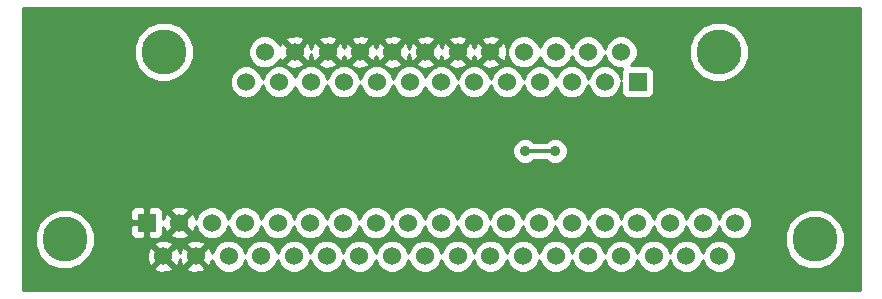
<source format=gbl>
%FSLAX46Y46*%
G04 Gerber Fmt 4.6, Leading zero omitted, Abs format (unit mm)*
G04 Created by KiCad (PCBNEW (2014-08-05 BZR 5054)-product) date Thu 20 Aug 2015 06:52:16 PM PDT*
%MOMM*%
G01*
G04 APERTURE LIST*
%ADD10C,0.100000*%
%ADD11C,3.810000*%
%ADD12C,1.524000*%
%ADD13R,1.524000X1.524000*%
%ADD14C,0.889000*%
%ADD15C,0.304800*%
%ADD16C,0.254000*%
G04 APERTURE END LIST*
D10*
D11*
X174625000Y-73660000D03*
X127635000Y-73660000D03*
D12*
X134620000Y-76200000D03*
X137414000Y-76200000D03*
X140081000Y-76200000D03*
X142875000Y-76200000D03*
X145669000Y-76200000D03*
X148463000Y-76200000D03*
X151130000Y-76200000D03*
X153924000Y-76200000D03*
X156718000Y-76200000D03*
X159512000Y-76200000D03*
X162179000Y-76200000D03*
X164973000Y-76200000D03*
D13*
X167767000Y-76200000D03*
D12*
X136194800Y-73660000D03*
X138734800Y-73660000D03*
X141528800Y-73660000D03*
X144272000Y-73660000D03*
X147015200Y-73660000D03*
X149809200Y-73660000D03*
X152552400Y-73660000D03*
X155295600Y-73660000D03*
X158140400Y-73660000D03*
X160832800Y-73660000D03*
X163576000Y-73660000D03*
X166370000Y-73660000D03*
X176047400Y-88112600D03*
X173278800Y-88112600D03*
X170510200Y-88112600D03*
X167741600Y-88112600D03*
X164973000Y-88112600D03*
X162204400Y-88112600D03*
X159435800Y-88112600D03*
X156667200Y-88112600D03*
X153898600Y-88112600D03*
D11*
X182753000Y-89535000D03*
X119253000Y-89535000D03*
D12*
X151130000Y-88112600D03*
X148361400Y-88112600D03*
X145592800Y-88112600D03*
X142824200Y-88112600D03*
X140055600Y-88112600D03*
X137287000Y-88112600D03*
X134518400Y-88112600D03*
X131749800Y-88112600D03*
X128981200Y-88112600D03*
D13*
X126212600Y-88112600D03*
D12*
X174675800Y-90957400D03*
X171907200Y-90957400D03*
X169138600Y-90957400D03*
X166370000Y-90957400D03*
X163601400Y-90957400D03*
X160832800Y-90957400D03*
X158064200Y-90957400D03*
X155295600Y-90957400D03*
X152527000Y-90957400D03*
X149758400Y-90957400D03*
X146989800Y-90957400D03*
X144221200Y-90957400D03*
X141452600Y-90957400D03*
X138684000Y-90957400D03*
X135915400Y-90957400D03*
X133146800Y-90957400D03*
X130378200Y-90957400D03*
X127609600Y-90957400D03*
D14*
X158242000Y-82042000D03*
X160782000Y-82042000D03*
D15*
X134620000Y-76835000D02*
X134620000Y-76200000D01*
X160782000Y-82042000D02*
X158242000Y-82042000D01*
D16*
G36*
X186563000Y-93853000D02*
X185293440Y-93853000D01*
X185293440Y-89031979D01*
X184907563Y-88098085D01*
X184193673Y-87382948D01*
X183260454Y-86995441D01*
X182249979Y-86994560D01*
X181316085Y-87380437D01*
X180600948Y-88094327D01*
X180213441Y-89027546D01*
X180212560Y-90038021D01*
X180598437Y-90971915D01*
X181312327Y-91687052D01*
X182245546Y-92074559D01*
X183256021Y-92075440D01*
X184189915Y-91689563D01*
X184905052Y-90975673D01*
X185292559Y-90042454D01*
X185293440Y-89031979D01*
X185293440Y-93853000D01*
X177444642Y-93853000D01*
X177444642Y-87835939D01*
X177232410Y-87322297D01*
X177165440Y-87255209D01*
X177165440Y-73156979D01*
X176779563Y-72223085D01*
X176065673Y-71507948D01*
X175132454Y-71120441D01*
X174121979Y-71119560D01*
X173188085Y-71505437D01*
X172472948Y-72219327D01*
X172085441Y-73152546D01*
X172084560Y-74163021D01*
X172470437Y-75096915D01*
X173184327Y-75812052D01*
X174117546Y-76199559D01*
X175128021Y-76200440D01*
X176061915Y-75814563D01*
X176777052Y-75100673D01*
X177164559Y-74167454D01*
X177165440Y-73156979D01*
X177165440Y-87255209D01*
X176839770Y-86928971D01*
X176326500Y-86715843D01*
X175770739Y-86715358D01*
X175257097Y-86927590D01*
X174863771Y-87320230D01*
X174662868Y-87804057D01*
X174463810Y-87322297D01*
X174071170Y-86928971D01*
X173557900Y-86715843D01*
X173002139Y-86715358D01*
X172488497Y-86927590D01*
X172095171Y-87320230D01*
X171894268Y-87804057D01*
X171695210Y-87322297D01*
X171302570Y-86928971D01*
X170789300Y-86715843D01*
X170233539Y-86715358D01*
X169719897Y-86927590D01*
X169326571Y-87320230D01*
X169164000Y-87711743D01*
X169164000Y-77088310D01*
X169164000Y-76835691D01*
X169164000Y-75311691D01*
X169067327Y-75078302D01*
X168888699Y-74899673D01*
X168655310Y-74803000D01*
X168402691Y-74803000D01*
X167202386Y-74803000D01*
X167553629Y-74452370D01*
X167766757Y-73939100D01*
X167767242Y-73383339D01*
X167555010Y-72869697D01*
X167162370Y-72476371D01*
X166649100Y-72263243D01*
X166093339Y-72262758D01*
X165579697Y-72474990D01*
X165186371Y-72867630D01*
X164973243Y-73380900D01*
X164973240Y-73383336D01*
X164761010Y-72869697D01*
X164368370Y-72476371D01*
X163855100Y-72263243D01*
X163299339Y-72262758D01*
X162785697Y-72474990D01*
X162392371Y-72867630D01*
X162204200Y-73320796D01*
X162017810Y-72869697D01*
X161625170Y-72476371D01*
X161111900Y-72263243D01*
X160556139Y-72262758D01*
X160042497Y-72474990D01*
X159649171Y-72867630D01*
X159486462Y-73259475D01*
X159325410Y-72869697D01*
X158932770Y-72476371D01*
X158419500Y-72263243D01*
X157863739Y-72262758D01*
X157350097Y-72474990D01*
X156956771Y-72867630D01*
X156743643Y-73380900D01*
X156743158Y-73936661D01*
X156955390Y-74450303D01*
X157348030Y-74843629D01*
X157861300Y-75056757D01*
X158417061Y-75057242D01*
X158930703Y-74845010D01*
X159324029Y-74452370D01*
X159486737Y-74060524D01*
X159647790Y-74450303D01*
X160040430Y-74843629D01*
X160553700Y-75056757D01*
X161109461Y-75057242D01*
X161623103Y-74845010D01*
X162016429Y-74452370D01*
X162204599Y-73999203D01*
X162390990Y-74450303D01*
X162783630Y-74843629D01*
X163296900Y-75056757D01*
X163852661Y-75057242D01*
X164366303Y-74845010D01*
X164759629Y-74452370D01*
X164972757Y-73939100D01*
X164972759Y-73936663D01*
X165184990Y-74450303D01*
X165577630Y-74843629D01*
X166090900Y-75056757D01*
X166487870Y-75057103D01*
X166466673Y-75078301D01*
X166370000Y-75311690D01*
X166370000Y-75564309D01*
X166370000Y-75922753D01*
X166158010Y-75409697D01*
X165765370Y-75016371D01*
X165252100Y-74803243D01*
X164696339Y-74802758D01*
X164182697Y-75014990D01*
X163789371Y-75407630D01*
X163576243Y-75920900D01*
X163576240Y-75923336D01*
X163364010Y-75409697D01*
X162971370Y-75016371D01*
X162458100Y-74803243D01*
X161902339Y-74802758D01*
X161388697Y-75014990D01*
X160995371Y-75407630D01*
X160845394Y-75768814D01*
X160697010Y-75409697D01*
X160304370Y-75016371D01*
X159791100Y-74803243D01*
X159235339Y-74802758D01*
X158721697Y-75014990D01*
X158328371Y-75407630D01*
X158115243Y-75920900D01*
X158115240Y-75923336D01*
X157903010Y-75409697D01*
X157510370Y-75016371D01*
X156997100Y-74803243D01*
X156704744Y-74802987D01*
X156704744Y-73867698D01*
X156676962Y-73312632D01*
X156517997Y-72928857D01*
X156275813Y-72859392D01*
X156096208Y-73038997D01*
X156096208Y-72679787D01*
X156026743Y-72437603D01*
X155503298Y-72250856D01*
X154948232Y-72278638D01*
X154564457Y-72437603D01*
X154494992Y-72679787D01*
X155295600Y-73480395D01*
X156096208Y-72679787D01*
X156096208Y-73038997D01*
X155475205Y-73660000D01*
X156275813Y-74460608D01*
X156517997Y-74391143D01*
X156704744Y-73867698D01*
X156704744Y-74802987D01*
X156441339Y-74802758D01*
X156096208Y-74945362D01*
X156096208Y-74640213D01*
X155295600Y-73839605D01*
X155115995Y-74019210D01*
X155115995Y-73660000D01*
X154315387Y-72859392D01*
X154073203Y-72928857D01*
X153934072Y-73318834D01*
X153933762Y-73312632D01*
X153774797Y-72928857D01*
X153532613Y-72859392D01*
X153353008Y-73038997D01*
X153353008Y-72679787D01*
X153283543Y-72437603D01*
X152760098Y-72250856D01*
X152205032Y-72278638D01*
X151821257Y-72437603D01*
X151751792Y-72679787D01*
X152552400Y-73480395D01*
X153353008Y-72679787D01*
X153353008Y-73038997D01*
X152732005Y-73660000D01*
X153532613Y-74460608D01*
X153774797Y-74391143D01*
X153913927Y-74001165D01*
X153914238Y-74007368D01*
X154073203Y-74391143D01*
X154315387Y-74460608D01*
X155115995Y-73660000D01*
X155115995Y-74019210D01*
X154494992Y-74640213D01*
X154564457Y-74882397D01*
X155087902Y-75069144D01*
X155642968Y-75041362D01*
X156026743Y-74882397D01*
X156096208Y-74640213D01*
X156096208Y-74945362D01*
X155927697Y-75014990D01*
X155534371Y-75407630D01*
X155321243Y-75920900D01*
X155321240Y-75923336D01*
X155109010Y-75409697D01*
X154716370Y-75016371D01*
X154203100Y-74803243D01*
X153647339Y-74802758D01*
X153353008Y-74924372D01*
X153353008Y-74640213D01*
X152552400Y-73839605D01*
X152372795Y-74019210D01*
X152372795Y-73660000D01*
X151572187Y-72859392D01*
X151330003Y-72928857D01*
X151190872Y-73318834D01*
X151190562Y-73312632D01*
X151031597Y-72928857D01*
X150789413Y-72859392D01*
X150609808Y-73038997D01*
X150609808Y-72679787D01*
X150540343Y-72437603D01*
X150016898Y-72250856D01*
X149461832Y-72278638D01*
X149078057Y-72437603D01*
X149008592Y-72679787D01*
X149809200Y-73480395D01*
X150609808Y-72679787D01*
X150609808Y-73038997D01*
X149988805Y-73660000D01*
X150789413Y-74460608D01*
X151031597Y-74391143D01*
X151170727Y-74001165D01*
X151171038Y-74007368D01*
X151330003Y-74391143D01*
X151572187Y-74460608D01*
X152372795Y-73660000D01*
X152372795Y-74019210D01*
X151751792Y-74640213D01*
X151821257Y-74882397D01*
X152344702Y-75069144D01*
X152899768Y-75041362D01*
X153283543Y-74882397D01*
X153353008Y-74640213D01*
X153353008Y-74924372D01*
X153133697Y-75014990D01*
X152740371Y-75407630D01*
X152527243Y-75920900D01*
X152527240Y-75923336D01*
X152315010Y-75409697D01*
X151922370Y-75016371D01*
X151409100Y-74803243D01*
X150853339Y-74802758D01*
X150609808Y-74903382D01*
X150609808Y-74640213D01*
X149809200Y-73839605D01*
X149629595Y-74019210D01*
X149629595Y-73660000D01*
X148828987Y-72859392D01*
X148586803Y-72928857D01*
X148403122Y-73443706D01*
X148396562Y-73312632D01*
X148237597Y-72928857D01*
X147995413Y-72859392D01*
X147815808Y-73038997D01*
X147815808Y-72679787D01*
X147746343Y-72437603D01*
X147222898Y-72250856D01*
X146667832Y-72278638D01*
X146284057Y-72437603D01*
X146214592Y-72679787D01*
X147015200Y-73480395D01*
X147815808Y-72679787D01*
X147815808Y-73038997D01*
X147194805Y-73660000D01*
X147995413Y-74460608D01*
X148237597Y-74391143D01*
X148421277Y-73876293D01*
X148427838Y-74007368D01*
X148586803Y-74391143D01*
X148828987Y-74460608D01*
X149629595Y-73660000D01*
X149629595Y-74019210D01*
X149008592Y-74640213D01*
X149078057Y-74882397D01*
X149601502Y-75069144D01*
X150156568Y-75041362D01*
X150540343Y-74882397D01*
X150609808Y-74640213D01*
X150609808Y-74903382D01*
X150339697Y-75014990D01*
X149946371Y-75407630D01*
X149796394Y-75768814D01*
X149648010Y-75409697D01*
X149255370Y-75016371D01*
X148742100Y-74803243D01*
X148186339Y-74802758D01*
X147815808Y-74955857D01*
X147815808Y-74640213D01*
X147015200Y-73839605D01*
X146835595Y-74019210D01*
X146835595Y-73660000D01*
X146034987Y-72859392D01*
X145792803Y-72928857D01*
X145653672Y-73318834D01*
X145653362Y-73312632D01*
X145494397Y-72928857D01*
X145252213Y-72859392D01*
X145072608Y-73038997D01*
X145072608Y-72679787D01*
X145003143Y-72437603D01*
X144479698Y-72250856D01*
X143924632Y-72278638D01*
X143540857Y-72437603D01*
X143471392Y-72679787D01*
X144272000Y-73480395D01*
X145072608Y-72679787D01*
X145072608Y-73038997D01*
X144451605Y-73660000D01*
X145252213Y-74460608D01*
X145494397Y-74391143D01*
X145633527Y-74001165D01*
X145633838Y-74007368D01*
X145792803Y-74391143D01*
X146034987Y-74460608D01*
X146835595Y-73660000D01*
X146835595Y-74019210D01*
X146214592Y-74640213D01*
X146284057Y-74882397D01*
X146807502Y-75069144D01*
X147362568Y-75041362D01*
X147746343Y-74882397D01*
X147815808Y-74640213D01*
X147815808Y-74955857D01*
X147672697Y-75014990D01*
X147279371Y-75407630D01*
X147066243Y-75920900D01*
X147066240Y-75923336D01*
X146854010Y-75409697D01*
X146461370Y-75016371D01*
X145948100Y-74803243D01*
X145392339Y-74802758D01*
X145072608Y-74934867D01*
X145072608Y-74640213D01*
X144272000Y-73839605D01*
X144092395Y-74019210D01*
X144092395Y-73660000D01*
X143291787Y-72859392D01*
X143049603Y-72928857D01*
X142910472Y-73318834D01*
X142910162Y-73312632D01*
X142751197Y-72928857D01*
X142509013Y-72859392D01*
X142329408Y-73038997D01*
X142329408Y-72679787D01*
X142259943Y-72437603D01*
X141736498Y-72250856D01*
X141181432Y-72278638D01*
X140797657Y-72437603D01*
X140728192Y-72679787D01*
X141528800Y-73480395D01*
X142329408Y-72679787D01*
X142329408Y-73038997D01*
X141708405Y-73660000D01*
X142509013Y-74460608D01*
X142751197Y-74391143D01*
X142890327Y-74001165D01*
X142890638Y-74007368D01*
X143049603Y-74391143D01*
X143291787Y-74460608D01*
X144092395Y-73660000D01*
X144092395Y-74019210D01*
X143471392Y-74640213D01*
X143540857Y-74882397D01*
X144064302Y-75069144D01*
X144619368Y-75041362D01*
X145003143Y-74882397D01*
X145072608Y-74640213D01*
X145072608Y-74934867D01*
X144878697Y-75014990D01*
X144485371Y-75407630D01*
X144272243Y-75920900D01*
X144272240Y-75923336D01*
X144060010Y-75409697D01*
X143667370Y-75016371D01*
X143154100Y-74803243D01*
X142598339Y-74802758D01*
X142329408Y-74913877D01*
X142329408Y-74640213D01*
X141528800Y-73839605D01*
X141349195Y-74019210D01*
X141349195Y-73660000D01*
X140548587Y-72859392D01*
X140306403Y-72928857D01*
X140122722Y-73443706D01*
X140116162Y-73312632D01*
X139957197Y-72928857D01*
X139715013Y-72859392D01*
X139535408Y-73038997D01*
X139535408Y-72679787D01*
X139465943Y-72437603D01*
X138942498Y-72250856D01*
X138387432Y-72278638D01*
X138003657Y-72437603D01*
X137934192Y-72679787D01*
X138734800Y-73480395D01*
X139535408Y-72679787D01*
X139535408Y-73038997D01*
X138914405Y-73660000D01*
X139715013Y-74460608D01*
X139957197Y-74391143D01*
X140140877Y-73876293D01*
X140147438Y-74007368D01*
X140306403Y-74391143D01*
X140548587Y-74460608D01*
X141349195Y-73660000D01*
X141349195Y-74019210D01*
X140728192Y-74640213D01*
X140797657Y-74882397D01*
X141321102Y-75069144D01*
X141876168Y-75041362D01*
X142259943Y-74882397D01*
X142329408Y-74640213D01*
X142329408Y-74913877D01*
X142084697Y-75014990D01*
X141691371Y-75407630D01*
X141478243Y-75920900D01*
X141478240Y-75923336D01*
X141266010Y-75409697D01*
X140873370Y-75016371D01*
X140360100Y-74803243D01*
X139804339Y-74802758D01*
X139535408Y-74913877D01*
X139535408Y-74640213D01*
X138734800Y-73839605D01*
X138555195Y-74019210D01*
X138555195Y-73660000D01*
X137754587Y-72859392D01*
X137512403Y-72928857D01*
X137462291Y-73069317D01*
X137379810Y-72869697D01*
X136987170Y-72476371D01*
X136473900Y-72263243D01*
X135918139Y-72262758D01*
X135404497Y-72474990D01*
X135011171Y-72867630D01*
X134798043Y-73380900D01*
X134797558Y-73936661D01*
X135009790Y-74450303D01*
X135402430Y-74843629D01*
X135915700Y-75056757D01*
X136471461Y-75057242D01*
X136985103Y-74845010D01*
X137378429Y-74452370D01*
X137458194Y-74260272D01*
X137512403Y-74391143D01*
X137754587Y-74460608D01*
X138555195Y-73660000D01*
X138555195Y-74019210D01*
X137934192Y-74640213D01*
X138003657Y-74882397D01*
X138527102Y-75069144D01*
X139082168Y-75041362D01*
X139465943Y-74882397D01*
X139535408Y-74640213D01*
X139535408Y-74913877D01*
X139290697Y-75014990D01*
X138897371Y-75407630D01*
X138747394Y-75768814D01*
X138599010Y-75409697D01*
X138206370Y-75016371D01*
X137693100Y-74803243D01*
X137137339Y-74802758D01*
X136623697Y-75014990D01*
X136230371Y-75407630D01*
X136017243Y-75920900D01*
X136017240Y-75923336D01*
X135805010Y-75409697D01*
X135412370Y-75016371D01*
X134899100Y-74803243D01*
X134343339Y-74802758D01*
X133829697Y-75014990D01*
X133436371Y-75407630D01*
X133223243Y-75920900D01*
X133222758Y-76476661D01*
X133434990Y-76990303D01*
X133827630Y-77383629D01*
X134340900Y-77596757D01*
X134491745Y-77596888D01*
X134620000Y-77622400D01*
X134747134Y-77597111D01*
X134896661Y-77597242D01*
X135410303Y-77385010D01*
X135803629Y-76992370D01*
X136016757Y-76479100D01*
X136016759Y-76476663D01*
X136228990Y-76990303D01*
X136621630Y-77383629D01*
X137134900Y-77596757D01*
X137690661Y-77597242D01*
X138204303Y-77385010D01*
X138597629Y-76992370D01*
X138747605Y-76631185D01*
X138895990Y-76990303D01*
X139288630Y-77383629D01*
X139801900Y-77596757D01*
X140357661Y-77597242D01*
X140871303Y-77385010D01*
X141264629Y-76992370D01*
X141477757Y-76479100D01*
X141477759Y-76476663D01*
X141689990Y-76990303D01*
X142082630Y-77383629D01*
X142595900Y-77596757D01*
X143151661Y-77597242D01*
X143665303Y-77385010D01*
X144058629Y-76992370D01*
X144271757Y-76479100D01*
X144271759Y-76476663D01*
X144483990Y-76990303D01*
X144876630Y-77383629D01*
X145389900Y-77596757D01*
X145945661Y-77597242D01*
X146459303Y-77385010D01*
X146852629Y-76992370D01*
X147065757Y-76479100D01*
X147065759Y-76476663D01*
X147277990Y-76990303D01*
X147670630Y-77383629D01*
X148183900Y-77596757D01*
X148739661Y-77597242D01*
X149253303Y-77385010D01*
X149646629Y-76992370D01*
X149796605Y-76631185D01*
X149944990Y-76990303D01*
X150337630Y-77383629D01*
X150850900Y-77596757D01*
X151406661Y-77597242D01*
X151920303Y-77385010D01*
X152313629Y-76992370D01*
X152526757Y-76479100D01*
X152526759Y-76476663D01*
X152738990Y-76990303D01*
X153131630Y-77383629D01*
X153644900Y-77596757D01*
X154200661Y-77597242D01*
X154714303Y-77385010D01*
X155107629Y-76992370D01*
X155320757Y-76479100D01*
X155320759Y-76476663D01*
X155532990Y-76990303D01*
X155925630Y-77383629D01*
X156438900Y-77596757D01*
X156994661Y-77597242D01*
X157508303Y-77385010D01*
X157901629Y-76992370D01*
X158114757Y-76479100D01*
X158114759Y-76476663D01*
X158326990Y-76990303D01*
X158719630Y-77383629D01*
X159232900Y-77596757D01*
X159788661Y-77597242D01*
X160302303Y-77385010D01*
X160695629Y-76992370D01*
X160845605Y-76631185D01*
X160993990Y-76990303D01*
X161386630Y-77383629D01*
X161899900Y-77596757D01*
X162455661Y-77597242D01*
X162969303Y-77385010D01*
X163362629Y-76992370D01*
X163575757Y-76479100D01*
X163575759Y-76476663D01*
X163787990Y-76990303D01*
X164180630Y-77383629D01*
X164693900Y-77596757D01*
X165249661Y-77597242D01*
X165763303Y-77385010D01*
X166156629Y-76992370D01*
X166369757Y-76479100D01*
X166370000Y-76200646D01*
X166370000Y-77088309D01*
X166466673Y-77321698D01*
X166645301Y-77500327D01*
X166878690Y-77597000D01*
X167131309Y-77597000D01*
X168655309Y-77597000D01*
X168888698Y-77500327D01*
X169067327Y-77321699D01*
X169164000Y-77088310D01*
X169164000Y-87711743D01*
X169125668Y-87804057D01*
X168926610Y-87322297D01*
X168533970Y-86928971D01*
X168020700Y-86715843D01*
X167464939Y-86715358D01*
X166951297Y-86927590D01*
X166557971Y-87320230D01*
X166357068Y-87804057D01*
X166158010Y-87322297D01*
X165765370Y-86928971D01*
X165252100Y-86715843D01*
X164696339Y-86715358D01*
X164182697Y-86927590D01*
X163789371Y-87320230D01*
X163588468Y-87804057D01*
X163389410Y-87322297D01*
X162996770Y-86928971D01*
X162483500Y-86715843D01*
X161927739Y-86715358D01*
X161861687Y-86742650D01*
X161861687Y-81828216D01*
X161697689Y-81431311D01*
X161394286Y-81127378D01*
X160997668Y-80962687D01*
X160568216Y-80962313D01*
X160171311Y-81126311D01*
X160042797Y-81254600D01*
X158981286Y-81254600D01*
X158854286Y-81127378D01*
X158457668Y-80962687D01*
X158028216Y-80962313D01*
X157631311Y-81126311D01*
X157327378Y-81429714D01*
X157162687Y-81826332D01*
X157162313Y-82255784D01*
X157326311Y-82652689D01*
X157629714Y-82956622D01*
X158026332Y-83121313D01*
X158455784Y-83121687D01*
X158852689Y-82957689D01*
X158981202Y-82829400D01*
X160042713Y-82829400D01*
X160169714Y-82956622D01*
X160566332Y-83121313D01*
X160995784Y-83121687D01*
X161392689Y-82957689D01*
X161696622Y-82654286D01*
X161861313Y-82257668D01*
X161861687Y-81828216D01*
X161861687Y-86742650D01*
X161414097Y-86927590D01*
X161020771Y-87320230D01*
X160819868Y-87804057D01*
X160620810Y-87322297D01*
X160228170Y-86928971D01*
X159714900Y-86715843D01*
X159159139Y-86715358D01*
X158645497Y-86927590D01*
X158252171Y-87320230D01*
X158051268Y-87804057D01*
X157852210Y-87322297D01*
X157459570Y-86928971D01*
X156946300Y-86715843D01*
X156390539Y-86715358D01*
X155876897Y-86927590D01*
X155483571Y-87320230D01*
X155282668Y-87804057D01*
X155083610Y-87322297D01*
X154690970Y-86928971D01*
X154177700Y-86715843D01*
X153621939Y-86715358D01*
X153108297Y-86927590D01*
X152714971Y-87320230D01*
X152514068Y-87804057D01*
X152315010Y-87322297D01*
X151922370Y-86928971D01*
X151409100Y-86715843D01*
X150853339Y-86715358D01*
X150339697Y-86927590D01*
X149946371Y-87320230D01*
X149745468Y-87804057D01*
X149546410Y-87322297D01*
X149153770Y-86928971D01*
X148640500Y-86715843D01*
X148084739Y-86715358D01*
X147571097Y-86927590D01*
X147177771Y-87320230D01*
X146976868Y-87804057D01*
X146777810Y-87322297D01*
X146385170Y-86928971D01*
X145871900Y-86715843D01*
X145316139Y-86715358D01*
X144802497Y-86927590D01*
X144409171Y-87320230D01*
X144208268Y-87804057D01*
X144009210Y-87322297D01*
X143616570Y-86928971D01*
X143103300Y-86715843D01*
X142547539Y-86715358D01*
X142033897Y-86927590D01*
X141640571Y-87320230D01*
X141439668Y-87804057D01*
X141240610Y-87322297D01*
X140847970Y-86928971D01*
X140334700Y-86715843D01*
X139778939Y-86715358D01*
X139265297Y-86927590D01*
X138871971Y-87320230D01*
X138671068Y-87804057D01*
X138472010Y-87322297D01*
X138079370Y-86928971D01*
X137566100Y-86715843D01*
X137010339Y-86715358D01*
X136496697Y-86927590D01*
X136103371Y-87320230D01*
X135902468Y-87804057D01*
X135703410Y-87322297D01*
X135310770Y-86928971D01*
X134797500Y-86715843D01*
X134241739Y-86715358D01*
X133728097Y-86927590D01*
X133334771Y-87320230D01*
X133133868Y-87804057D01*
X132934810Y-87322297D01*
X132542170Y-86928971D01*
X132028900Y-86715843D01*
X131473139Y-86715358D01*
X130959497Y-86927590D01*
X130566171Y-87320230D01*
X130364587Y-87805697D01*
X130362562Y-87765232D01*
X130203597Y-87381457D01*
X130175440Y-87373380D01*
X130175440Y-73156979D01*
X129789563Y-72223085D01*
X129075673Y-71507948D01*
X128142454Y-71120441D01*
X127131979Y-71119560D01*
X126198085Y-71505437D01*
X125482948Y-72219327D01*
X125095441Y-73152546D01*
X125094560Y-74163021D01*
X125480437Y-75096915D01*
X126194327Y-75812052D01*
X127127546Y-76199559D01*
X128138021Y-76200440D01*
X129071915Y-75814563D01*
X129787052Y-75100673D01*
X130174559Y-74167454D01*
X130175440Y-73156979D01*
X130175440Y-87373380D01*
X129961413Y-87311992D01*
X129781808Y-87491597D01*
X129781808Y-87132387D01*
X129712343Y-86890203D01*
X129188898Y-86703456D01*
X128633832Y-86731238D01*
X128250057Y-86890203D01*
X128180592Y-87132387D01*
X128981200Y-87932995D01*
X129781808Y-87132387D01*
X129781808Y-87491597D01*
X129160805Y-88112600D01*
X129961413Y-88913208D01*
X130203597Y-88843743D01*
X130359632Y-88406381D01*
X130564790Y-88902903D01*
X130957430Y-89296229D01*
X131470700Y-89509357D01*
X132026461Y-89509842D01*
X132540103Y-89297610D01*
X132933429Y-88904970D01*
X133134331Y-88421142D01*
X133333390Y-88902903D01*
X133726030Y-89296229D01*
X134239300Y-89509357D01*
X134795061Y-89509842D01*
X135308703Y-89297610D01*
X135702029Y-88904970D01*
X135902931Y-88421142D01*
X136101990Y-88902903D01*
X136494630Y-89296229D01*
X137007900Y-89509357D01*
X137563661Y-89509842D01*
X138077303Y-89297610D01*
X138470629Y-88904970D01*
X138671531Y-88421142D01*
X138870590Y-88902903D01*
X139263230Y-89296229D01*
X139776500Y-89509357D01*
X140332261Y-89509842D01*
X140845903Y-89297610D01*
X141239229Y-88904970D01*
X141440131Y-88421142D01*
X141639190Y-88902903D01*
X142031830Y-89296229D01*
X142545100Y-89509357D01*
X143100861Y-89509842D01*
X143614503Y-89297610D01*
X144007829Y-88904970D01*
X144208731Y-88421142D01*
X144407790Y-88902903D01*
X144800430Y-89296229D01*
X145313700Y-89509357D01*
X145869461Y-89509842D01*
X146383103Y-89297610D01*
X146776429Y-88904970D01*
X146977331Y-88421142D01*
X147176390Y-88902903D01*
X147569030Y-89296229D01*
X148082300Y-89509357D01*
X148638061Y-89509842D01*
X149151703Y-89297610D01*
X149545029Y-88904970D01*
X149745931Y-88421142D01*
X149944990Y-88902903D01*
X150337630Y-89296229D01*
X150850900Y-89509357D01*
X151406661Y-89509842D01*
X151920303Y-89297610D01*
X152313629Y-88904970D01*
X152514531Y-88421142D01*
X152713590Y-88902903D01*
X153106230Y-89296229D01*
X153619500Y-89509357D01*
X154175261Y-89509842D01*
X154688903Y-89297610D01*
X155082229Y-88904970D01*
X155283131Y-88421142D01*
X155482190Y-88902903D01*
X155874830Y-89296229D01*
X156388100Y-89509357D01*
X156943861Y-89509842D01*
X157457503Y-89297610D01*
X157850829Y-88904970D01*
X158051731Y-88421142D01*
X158250790Y-88902903D01*
X158643430Y-89296229D01*
X159156700Y-89509357D01*
X159712461Y-89509842D01*
X160226103Y-89297610D01*
X160619429Y-88904970D01*
X160820331Y-88421142D01*
X161019390Y-88902903D01*
X161412030Y-89296229D01*
X161925300Y-89509357D01*
X162481061Y-89509842D01*
X162994703Y-89297610D01*
X163388029Y-88904970D01*
X163588931Y-88421142D01*
X163787990Y-88902903D01*
X164180630Y-89296229D01*
X164693900Y-89509357D01*
X165249661Y-89509842D01*
X165763303Y-89297610D01*
X166156629Y-88904970D01*
X166357531Y-88421142D01*
X166556590Y-88902903D01*
X166949230Y-89296229D01*
X167462500Y-89509357D01*
X168018261Y-89509842D01*
X168531903Y-89297610D01*
X168925229Y-88904970D01*
X169126131Y-88421142D01*
X169325190Y-88902903D01*
X169717830Y-89296229D01*
X170231100Y-89509357D01*
X170786861Y-89509842D01*
X171300503Y-89297610D01*
X171693829Y-88904970D01*
X171894731Y-88421142D01*
X172093790Y-88902903D01*
X172486430Y-89296229D01*
X172999700Y-89509357D01*
X173555461Y-89509842D01*
X174069103Y-89297610D01*
X174462429Y-88904970D01*
X174663331Y-88421142D01*
X174862390Y-88902903D01*
X175255030Y-89296229D01*
X175768300Y-89509357D01*
X176324061Y-89509842D01*
X176837703Y-89297610D01*
X177231029Y-88904970D01*
X177444157Y-88391700D01*
X177444642Y-87835939D01*
X177444642Y-93853000D01*
X176073042Y-93853000D01*
X176073042Y-90680739D01*
X175860810Y-90167097D01*
X175468170Y-89773771D01*
X174954900Y-89560643D01*
X174399139Y-89560158D01*
X173885497Y-89772390D01*
X173492171Y-90165030D01*
X173291268Y-90648857D01*
X173092210Y-90167097D01*
X172699570Y-89773771D01*
X172186300Y-89560643D01*
X171630539Y-89560158D01*
X171116897Y-89772390D01*
X170723571Y-90165030D01*
X170522668Y-90648857D01*
X170323610Y-90167097D01*
X169930970Y-89773771D01*
X169417700Y-89560643D01*
X168861939Y-89560158D01*
X168348297Y-89772390D01*
X167954971Y-90165030D01*
X167754068Y-90648857D01*
X167555010Y-90167097D01*
X167162370Y-89773771D01*
X166649100Y-89560643D01*
X166093339Y-89560158D01*
X165579697Y-89772390D01*
X165186371Y-90165030D01*
X164985468Y-90648857D01*
X164786410Y-90167097D01*
X164393770Y-89773771D01*
X163880500Y-89560643D01*
X163324739Y-89560158D01*
X162811097Y-89772390D01*
X162417771Y-90165030D01*
X162216868Y-90648857D01*
X162017810Y-90167097D01*
X161625170Y-89773771D01*
X161111900Y-89560643D01*
X160556139Y-89560158D01*
X160042497Y-89772390D01*
X159649171Y-90165030D01*
X159448268Y-90648857D01*
X159249210Y-90167097D01*
X158856570Y-89773771D01*
X158343300Y-89560643D01*
X157787539Y-89560158D01*
X157273897Y-89772390D01*
X156880571Y-90165030D01*
X156679668Y-90648857D01*
X156480610Y-90167097D01*
X156087970Y-89773771D01*
X155574700Y-89560643D01*
X155018939Y-89560158D01*
X154505297Y-89772390D01*
X154111971Y-90165030D01*
X153911068Y-90648857D01*
X153712010Y-90167097D01*
X153319370Y-89773771D01*
X152806100Y-89560643D01*
X152250339Y-89560158D01*
X151736697Y-89772390D01*
X151343371Y-90165030D01*
X151142468Y-90648857D01*
X150943410Y-90167097D01*
X150550770Y-89773771D01*
X150037500Y-89560643D01*
X149481739Y-89560158D01*
X148968097Y-89772390D01*
X148574771Y-90165030D01*
X148373868Y-90648857D01*
X148174810Y-90167097D01*
X147782170Y-89773771D01*
X147268900Y-89560643D01*
X146713139Y-89560158D01*
X146199497Y-89772390D01*
X145806171Y-90165030D01*
X145605268Y-90648857D01*
X145406210Y-90167097D01*
X145013570Y-89773771D01*
X144500300Y-89560643D01*
X143944539Y-89560158D01*
X143430897Y-89772390D01*
X143037571Y-90165030D01*
X142836668Y-90648857D01*
X142637610Y-90167097D01*
X142244970Y-89773771D01*
X141731700Y-89560643D01*
X141175939Y-89560158D01*
X140662297Y-89772390D01*
X140268971Y-90165030D01*
X140068068Y-90648857D01*
X139869010Y-90167097D01*
X139476370Y-89773771D01*
X138963100Y-89560643D01*
X138407339Y-89560158D01*
X137893697Y-89772390D01*
X137500371Y-90165030D01*
X137299468Y-90648857D01*
X137100410Y-90167097D01*
X136707770Y-89773771D01*
X136194500Y-89560643D01*
X135638739Y-89560158D01*
X135125097Y-89772390D01*
X134731771Y-90165030D01*
X134530868Y-90648857D01*
X134331810Y-90167097D01*
X133939170Y-89773771D01*
X133425900Y-89560643D01*
X132870139Y-89560158D01*
X132356497Y-89772390D01*
X131963171Y-90165030D01*
X131761587Y-90650497D01*
X131759562Y-90610032D01*
X131600597Y-90226257D01*
X131358413Y-90156792D01*
X131178808Y-90336397D01*
X131178808Y-89977187D01*
X131109343Y-89735003D01*
X130585898Y-89548256D01*
X130030832Y-89576038D01*
X129781808Y-89679187D01*
X129781808Y-89092813D01*
X128981200Y-88292205D01*
X128801595Y-88471810D01*
X128801595Y-88112600D01*
X128000987Y-87311992D01*
X127758803Y-87381457D01*
X127609600Y-87799667D01*
X127609600Y-87476909D01*
X127609600Y-87224290D01*
X127512927Y-86990901D01*
X127334298Y-86812273D01*
X127100909Y-86715600D01*
X126498350Y-86715600D01*
X126339600Y-86874350D01*
X126339600Y-87985600D01*
X126359600Y-87985600D01*
X126359600Y-88239600D01*
X126339600Y-88239600D01*
X126339600Y-89350850D01*
X126498350Y-89509600D01*
X127100909Y-89509600D01*
X127334298Y-89412927D01*
X127512927Y-89234299D01*
X127609600Y-89000910D01*
X127609600Y-88748291D01*
X127609600Y-88483535D01*
X127758803Y-88843743D01*
X128000987Y-88913208D01*
X128801595Y-88112600D01*
X128801595Y-88471810D01*
X128180592Y-89092813D01*
X128250057Y-89334997D01*
X128773502Y-89521744D01*
X129328568Y-89493962D01*
X129712343Y-89334997D01*
X129781808Y-89092813D01*
X129781808Y-89679187D01*
X129647057Y-89735003D01*
X129577592Y-89977187D01*
X130378200Y-90777795D01*
X131178808Y-89977187D01*
X131178808Y-90336397D01*
X130557805Y-90957400D01*
X131358413Y-91758008D01*
X131600597Y-91688543D01*
X131756632Y-91251181D01*
X131961790Y-91747703D01*
X132354430Y-92141029D01*
X132867700Y-92354157D01*
X133423461Y-92354642D01*
X133937103Y-92142410D01*
X134330429Y-91749770D01*
X134531331Y-91265942D01*
X134730390Y-91747703D01*
X135123030Y-92141029D01*
X135636300Y-92354157D01*
X136192061Y-92354642D01*
X136705703Y-92142410D01*
X137099029Y-91749770D01*
X137299931Y-91265942D01*
X137498990Y-91747703D01*
X137891630Y-92141029D01*
X138404900Y-92354157D01*
X138960661Y-92354642D01*
X139474303Y-92142410D01*
X139867629Y-91749770D01*
X140068531Y-91265942D01*
X140267590Y-91747703D01*
X140660230Y-92141029D01*
X141173500Y-92354157D01*
X141729261Y-92354642D01*
X142242903Y-92142410D01*
X142636229Y-91749770D01*
X142837131Y-91265942D01*
X143036190Y-91747703D01*
X143428830Y-92141029D01*
X143942100Y-92354157D01*
X144497861Y-92354642D01*
X145011503Y-92142410D01*
X145404829Y-91749770D01*
X145605731Y-91265942D01*
X145804790Y-91747703D01*
X146197430Y-92141029D01*
X146710700Y-92354157D01*
X147266461Y-92354642D01*
X147780103Y-92142410D01*
X148173429Y-91749770D01*
X148374331Y-91265942D01*
X148573390Y-91747703D01*
X148966030Y-92141029D01*
X149479300Y-92354157D01*
X150035061Y-92354642D01*
X150548703Y-92142410D01*
X150942029Y-91749770D01*
X151142931Y-91265942D01*
X151341990Y-91747703D01*
X151734630Y-92141029D01*
X152247900Y-92354157D01*
X152803661Y-92354642D01*
X153317303Y-92142410D01*
X153710629Y-91749770D01*
X153911531Y-91265942D01*
X154110590Y-91747703D01*
X154503230Y-92141029D01*
X155016500Y-92354157D01*
X155572261Y-92354642D01*
X156085903Y-92142410D01*
X156479229Y-91749770D01*
X156680131Y-91265942D01*
X156879190Y-91747703D01*
X157271830Y-92141029D01*
X157785100Y-92354157D01*
X158340861Y-92354642D01*
X158854503Y-92142410D01*
X159247829Y-91749770D01*
X159448731Y-91265942D01*
X159647790Y-91747703D01*
X160040430Y-92141029D01*
X160553700Y-92354157D01*
X161109461Y-92354642D01*
X161623103Y-92142410D01*
X162016429Y-91749770D01*
X162217331Y-91265942D01*
X162416390Y-91747703D01*
X162809030Y-92141029D01*
X163322300Y-92354157D01*
X163878061Y-92354642D01*
X164391703Y-92142410D01*
X164785029Y-91749770D01*
X164985931Y-91265942D01*
X165184990Y-91747703D01*
X165577630Y-92141029D01*
X166090900Y-92354157D01*
X166646661Y-92354642D01*
X167160303Y-92142410D01*
X167553629Y-91749770D01*
X167754531Y-91265942D01*
X167953590Y-91747703D01*
X168346230Y-92141029D01*
X168859500Y-92354157D01*
X169415261Y-92354642D01*
X169928903Y-92142410D01*
X170322229Y-91749770D01*
X170523131Y-91265942D01*
X170722190Y-91747703D01*
X171114830Y-92141029D01*
X171628100Y-92354157D01*
X172183861Y-92354642D01*
X172697503Y-92142410D01*
X173090829Y-91749770D01*
X173291731Y-91265942D01*
X173490790Y-91747703D01*
X173883430Y-92141029D01*
X174396700Y-92354157D01*
X174952461Y-92354642D01*
X175466103Y-92142410D01*
X175859429Y-91749770D01*
X176072557Y-91236500D01*
X176073042Y-90680739D01*
X176073042Y-93853000D01*
X131178808Y-93853000D01*
X131178808Y-91937613D01*
X130378200Y-91137005D01*
X130198595Y-91316610D01*
X130198595Y-90957400D01*
X129397987Y-90156792D01*
X129155803Y-90226257D01*
X128994397Y-90678670D01*
X128990962Y-90610032D01*
X128831997Y-90226257D01*
X128589813Y-90156792D01*
X128410208Y-90336397D01*
X128410208Y-89977187D01*
X128340743Y-89735003D01*
X127817298Y-89548256D01*
X127262232Y-89576038D01*
X126878457Y-89735003D01*
X126808992Y-89977187D01*
X127609600Y-90777795D01*
X128410208Y-89977187D01*
X128410208Y-90336397D01*
X127789205Y-90957400D01*
X128589813Y-91758008D01*
X128831997Y-91688543D01*
X128993402Y-91236129D01*
X128996838Y-91304768D01*
X129155803Y-91688543D01*
X129397987Y-91758008D01*
X130198595Y-90957400D01*
X130198595Y-91316610D01*
X129577592Y-91937613D01*
X129647057Y-92179797D01*
X130170502Y-92366544D01*
X130725568Y-92338762D01*
X131109343Y-92179797D01*
X131178808Y-91937613D01*
X131178808Y-93853000D01*
X128410208Y-93853000D01*
X128410208Y-91937613D01*
X127609600Y-91137005D01*
X127429995Y-91316610D01*
X127429995Y-90957400D01*
X126629387Y-90156792D01*
X126387203Y-90226257D01*
X126200456Y-90749702D01*
X126228238Y-91304768D01*
X126387203Y-91688543D01*
X126629387Y-91758008D01*
X127429995Y-90957400D01*
X127429995Y-91316610D01*
X126808992Y-91937613D01*
X126878457Y-92179797D01*
X127401902Y-92366544D01*
X127956968Y-92338762D01*
X128340743Y-92179797D01*
X128410208Y-91937613D01*
X128410208Y-93853000D01*
X126085600Y-93853000D01*
X126085600Y-89350850D01*
X126085600Y-88239600D01*
X126085600Y-87985600D01*
X126085600Y-86874350D01*
X125926850Y-86715600D01*
X125324291Y-86715600D01*
X125090902Y-86812273D01*
X124912273Y-86990901D01*
X124815600Y-87224290D01*
X124815600Y-87476909D01*
X124815600Y-87826850D01*
X124974350Y-87985600D01*
X126085600Y-87985600D01*
X126085600Y-88239600D01*
X124974350Y-88239600D01*
X124815600Y-88398350D01*
X124815600Y-88748291D01*
X124815600Y-89000910D01*
X124912273Y-89234299D01*
X125090902Y-89412927D01*
X125324291Y-89509600D01*
X125926850Y-89509600D01*
X126085600Y-89350850D01*
X126085600Y-93853000D01*
X121793440Y-93853000D01*
X121793440Y-89031979D01*
X121407563Y-88098085D01*
X120693673Y-87382948D01*
X119760454Y-86995441D01*
X118749979Y-86994560D01*
X117816085Y-87380437D01*
X117100948Y-88094327D01*
X116713441Y-89027546D01*
X116712560Y-90038021D01*
X117098437Y-90971915D01*
X117812327Y-91687052D01*
X118745546Y-92074559D01*
X119756021Y-92075440D01*
X120689915Y-91689563D01*
X121405052Y-90975673D01*
X121792559Y-90042454D01*
X121793440Y-89031979D01*
X121793440Y-93853000D01*
X115697000Y-93853000D01*
X115697000Y-69977000D01*
X186563000Y-69977000D01*
X186563000Y-93853000D01*
X186563000Y-93853000D01*
G37*
X186563000Y-93853000D02*
X185293440Y-93853000D01*
X185293440Y-89031979D01*
X184907563Y-88098085D01*
X184193673Y-87382948D01*
X183260454Y-86995441D01*
X182249979Y-86994560D01*
X181316085Y-87380437D01*
X180600948Y-88094327D01*
X180213441Y-89027546D01*
X180212560Y-90038021D01*
X180598437Y-90971915D01*
X181312327Y-91687052D01*
X182245546Y-92074559D01*
X183256021Y-92075440D01*
X184189915Y-91689563D01*
X184905052Y-90975673D01*
X185292559Y-90042454D01*
X185293440Y-89031979D01*
X185293440Y-93853000D01*
X177444642Y-93853000D01*
X177444642Y-87835939D01*
X177232410Y-87322297D01*
X177165440Y-87255209D01*
X177165440Y-73156979D01*
X176779563Y-72223085D01*
X176065673Y-71507948D01*
X175132454Y-71120441D01*
X174121979Y-71119560D01*
X173188085Y-71505437D01*
X172472948Y-72219327D01*
X172085441Y-73152546D01*
X172084560Y-74163021D01*
X172470437Y-75096915D01*
X173184327Y-75812052D01*
X174117546Y-76199559D01*
X175128021Y-76200440D01*
X176061915Y-75814563D01*
X176777052Y-75100673D01*
X177164559Y-74167454D01*
X177165440Y-73156979D01*
X177165440Y-87255209D01*
X176839770Y-86928971D01*
X176326500Y-86715843D01*
X175770739Y-86715358D01*
X175257097Y-86927590D01*
X174863771Y-87320230D01*
X174662868Y-87804057D01*
X174463810Y-87322297D01*
X174071170Y-86928971D01*
X173557900Y-86715843D01*
X173002139Y-86715358D01*
X172488497Y-86927590D01*
X172095171Y-87320230D01*
X171894268Y-87804057D01*
X171695210Y-87322297D01*
X171302570Y-86928971D01*
X170789300Y-86715843D01*
X170233539Y-86715358D01*
X169719897Y-86927590D01*
X169326571Y-87320230D01*
X169164000Y-87711743D01*
X169164000Y-77088310D01*
X169164000Y-76835691D01*
X169164000Y-75311691D01*
X169067327Y-75078302D01*
X168888699Y-74899673D01*
X168655310Y-74803000D01*
X168402691Y-74803000D01*
X167202386Y-74803000D01*
X167553629Y-74452370D01*
X167766757Y-73939100D01*
X167767242Y-73383339D01*
X167555010Y-72869697D01*
X167162370Y-72476371D01*
X166649100Y-72263243D01*
X166093339Y-72262758D01*
X165579697Y-72474990D01*
X165186371Y-72867630D01*
X164973243Y-73380900D01*
X164973240Y-73383336D01*
X164761010Y-72869697D01*
X164368370Y-72476371D01*
X163855100Y-72263243D01*
X163299339Y-72262758D01*
X162785697Y-72474990D01*
X162392371Y-72867630D01*
X162204200Y-73320796D01*
X162017810Y-72869697D01*
X161625170Y-72476371D01*
X161111900Y-72263243D01*
X160556139Y-72262758D01*
X160042497Y-72474990D01*
X159649171Y-72867630D01*
X159486462Y-73259475D01*
X159325410Y-72869697D01*
X158932770Y-72476371D01*
X158419500Y-72263243D01*
X157863739Y-72262758D01*
X157350097Y-72474990D01*
X156956771Y-72867630D01*
X156743643Y-73380900D01*
X156743158Y-73936661D01*
X156955390Y-74450303D01*
X157348030Y-74843629D01*
X157861300Y-75056757D01*
X158417061Y-75057242D01*
X158930703Y-74845010D01*
X159324029Y-74452370D01*
X159486737Y-74060524D01*
X159647790Y-74450303D01*
X160040430Y-74843629D01*
X160553700Y-75056757D01*
X161109461Y-75057242D01*
X161623103Y-74845010D01*
X162016429Y-74452370D01*
X162204599Y-73999203D01*
X162390990Y-74450303D01*
X162783630Y-74843629D01*
X163296900Y-75056757D01*
X163852661Y-75057242D01*
X164366303Y-74845010D01*
X164759629Y-74452370D01*
X164972757Y-73939100D01*
X164972759Y-73936663D01*
X165184990Y-74450303D01*
X165577630Y-74843629D01*
X166090900Y-75056757D01*
X166487870Y-75057103D01*
X166466673Y-75078301D01*
X166370000Y-75311690D01*
X166370000Y-75564309D01*
X166370000Y-75922753D01*
X166158010Y-75409697D01*
X165765370Y-75016371D01*
X165252100Y-74803243D01*
X164696339Y-74802758D01*
X164182697Y-75014990D01*
X163789371Y-75407630D01*
X163576243Y-75920900D01*
X163576240Y-75923336D01*
X163364010Y-75409697D01*
X162971370Y-75016371D01*
X162458100Y-74803243D01*
X161902339Y-74802758D01*
X161388697Y-75014990D01*
X160995371Y-75407630D01*
X160845394Y-75768814D01*
X160697010Y-75409697D01*
X160304370Y-75016371D01*
X159791100Y-74803243D01*
X159235339Y-74802758D01*
X158721697Y-75014990D01*
X158328371Y-75407630D01*
X158115243Y-75920900D01*
X158115240Y-75923336D01*
X157903010Y-75409697D01*
X157510370Y-75016371D01*
X156997100Y-74803243D01*
X156704744Y-74802987D01*
X156704744Y-73867698D01*
X156676962Y-73312632D01*
X156517997Y-72928857D01*
X156275813Y-72859392D01*
X156096208Y-73038997D01*
X156096208Y-72679787D01*
X156026743Y-72437603D01*
X155503298Y-72250856D01*
X154948232Y-72278638D01*
X154564457Y-72437603D01*
X154494992Y-72679787D01*
X155295600Y-73480395D01*
X156096208Y-72679787D01*
X156096208Y-73038997D01*
X155475205Y-73660000D01*
X156275813Y-74460608D01*
X156517997Y-74391143D01*
X156704744Y-73867698D01*
X156704744Y-74802987D01*
X156441339Y-74802758D01*
X156096208Y-74945362D01*
X156096208Y-74640213D01*
X155295600Y-73839605D01*
X155115995Y-74019210D01*
X155115995Y-73660000D01*
X154315387Y-72859392D01*
X154073203Y-72928857D01*
X153934072Y-73318834D01*
X153933762Y-73312632D01*
X153774797Y-72928857D01*
X153532613Y-72859392D01*
X153353008Y-73038997D01*
X153353008Y-72679787D01*
X153283543Y-72437603D01*
X152760098Y-72250856D01*
X152205032Y-72278638D01*
X151821257Y-72437603D01*
X151751792Y-72679787D01*
X152552400Y-73480395D01*
X153353008Y-72679787D01*
X153353008Y-73038997D01*
X152732005Y-73660000D01*
X153532613Y-74460608D01*
X153774797Y-74391143D01*
X153913927Y-74001165D01*
X153914238Y-74007368D01*
X154073203Y-74391143D01*
X154315387Y-74460608D01*
X155115995Y-73660000D01*
X155115995Y-74019210D01*
X154494992Y-74640213D01*
X154564457Y-74882397D01*
X155087902Y-75069144D01*
X155642968Y-75041362D01*
X156026743Y-74882397D01*
X156096208Y-74640213D01*
X156096208Y-74945362D01*
X155927697Y-75014990D01*
X155534371Y-75407630D01*
X155321243Y-75920900D01*
X155321240Y-75923336D01*
X155109010Y-75409697D01*
X154716370Y-75016371D01*
X154203100Y-74803243D01*
X153647339Y-74802758D01*
X153353008Y-74924372D01*
X153353008Y-74640213D01*
X152552400Y-73839605D01*
X152372795Y-74019210D01*
X152372795Y-73660000D01*
X151572187Y-72859392D01*
X151330003Y-72928857D01*
X151190872Y-73318834D01*
X151190562Y-73312632D01*
X151031597Y-72928857D01*
X150789413Y-72859392D01*
X150609808Y-73038997D01*
X150609808Y-72679787D01*
X150540343Y-72437603D01*
X150016898Y-72250856D01*
X149461832Y-72278638D01*
X149078057Y-72437603D01*
X149008592Y-72679787D01*
X149809200Y-73480395D01*
X150609808Y-72679787D01*
X150609808Y-73038997D01*
X149988805Y-73660000D01*
X150789413Y-74460608D01*
X151031597Y-74391143D01*
X151170727Y-74001165D01*
X151171038Y-74007368D01*
X151330003Y-74391143D01*
X151572187Y-74460608D01*
X152372795Y-73660000D01*
X152372795Y-74019210D01*
X151751792Y-74640213D01*
X151821257Y-74882397D01*
X152344702Y-75069144D01*
X152899768Y-75041362D01*
X153283543Y-74882397D01*
X153353008Y-74640213D01*
X153353008Y-74924372D01*
X153133697Y-75014990D01*
X152740371Y-75407630D01*
X152527243Y-75920900D01*
X152527240Y-75923336D01*
X152315010Y-75409697D01*
X151922370Y-75016371D01*
X151409100Y-74803243D01*
X150853339Y-74802758D01*
X150609808Y-74903382D01*
X150609808Y-74640213D01*
X149809200Y-73839605D01*
X149629595Y-74019210D01*
X149629595Y-73660000D01*
X148828987Y-72859392D01*
X148586803Y-72928857D01*
X148403122Y-73443706D01*
X148396562Y-73312632D01*
X148237597Y-72928857D01*
X147995413Y-72859392D01*
X147815808Y-73038997D01*
X147815808Y-72679787D01*
X147746343Y-72437603D01*
X147222898Y-72250856D01*
X146667832Y-72278638D01*
X146284057Y-72437603D01*
X146214592Y-72679787D01*
X147015200Y-73480395D01*
X147815808Y-72679787D01*
X147815808Y-73038997D01*
X147194805Y-73660000D01*
X147995413Y-74460608D01*
X148237597Y-74391143D01*
X148421277Y-73876293D01*
X148427838Y-74007368D01*
X148586803Y-74391143D01*
X148828987Y-74460608D01*
X149629595Y-73660000D01*
X149629595Y-74019210D01*
X149008592Y-74640213D01*
X149078057Y-74882397D01*
X149601502Y-75069144D01*
X150156568Y-75041362D01*
X150540343Y-74882397D01*
X150609808Y-74640213D01*
X150609808Y-74903382D01*
X150339697Y-75014990D01*
X149946371Y-75407630D01*
X149796394Y-75768814D01*
X149648010Y-75409697D01*
X149255370Y-75016371D01*
X148742100Y-74803243D01*
X148186339Y-74802758D01*
X147815808Y-74955857D01*
X147815808Y-74640213D01*
X147015200Y-73839605D01*
X146835595Y-74019210D01*
X146835595Y-73660000D01*
X146034987Y-72859392D01*
X145792803Y-72928857D01*
X145653672Y-73318834D01*
X145653362Y-73312632D01*
X145494397Y-72928857D01*
X145252213Y-72859392D01*
X145072608Y-73038997D01*
X145072608Y-72679787D01*
X145003143Y-72437603D01*
X144479698Y-72250856D01*
X143924632Y-72278638D01*
X143540857Y-72437603D01*
X143471392Y-72679787D01*
X144272000Y-73480395D01*
X145072608Y-72679787D01*
X145072608Y-73038997D01*
X144451605Y-73660000D01*
X145252213Y-74460608D01*
X145494397Y-74391143D01*
X145633527Y-74001165D01*
X145633838Y-74007368D01*
X145792803Y-74391143D01*
X146034987Y-74460608D01*
X146835595Y-73660000D01*
X146835595Y-74019210D01*
X146214592Y-74640213D01*
X146284057Y-74882397D01*
X146807502Y-75069144D01*
X147362568Y-75041362D01*
X147746343Y-74882397D01*
X147815808Y-74640213D01*
X147815808Y-74955857D01*
X147672697Y-75014990D01*
X147279371Y-75407630D01*
X147066243Y-75920900D01*
X147066240Y-75923336D01*
X146854010Y-75409697D01*
X146461370Y-75016371D01*
X145948100Y-74803243D01*
X145392339Y-74802758D01*
X145072608Y-74934867D01*
X145072608Y-74640213D01*
X144272000Y-73839605D01*
X144092395Y-74019210D01*
X144092395Y-73660000D01*
X143291787Y-72859392D01*
X143049603Y-72928857D01*
X142910472Y-73318834D01*
X142910162Y-73312632D01*
X142751197Y-72928857D01*
X142509013Y-72859392D01*
X142329408Y-73038997D01*
X142329408Y-72679787D01*
X142259943Y-72437603D01*
X141736498Y-72250856D01*
X141181432Y-72278638D01*
X140797657Y-72437603D01*
X140728192Y-72679787D01*
X141528800Y-73480395D01*
X142329408Y-72679787D01*
X142329408Y-73038997D01*
X141708405Y-73660000D01*
X142509013Y-74460608D01*
X142751197Y-74391143D01*
X142890327Y-74001165D01*
X142890638Y-74007368D01*
X143049603Y-74391143D01*
X143291787Y-74460608D01*
X144092395Y-73660000D01*
X144092395Y-74019210D01*
X143471392Y-74640213D01*
X143540857Y-74882397D01*
X144064302Y-75069144D01*
X144619368Y-75041362D01*
X145003143Y-74882397D01*
X145072608Y-74640213D01*
X145072608Y-74934867D01*
X144878697Y-75014990D01*
X144485371Y-75407630D01*
X144272243Y-75920900D01*
X144272240Y-75923336D01*
X144060010Y-75409697D01*
X143667370Y-75016371D01*
X143154100Y-74803243D01*
X142598339Y-74802758D01*
X142329408Y-74913877D01*
X142329408Y-74640213D01*
X141528800Y-73839605D01*
X141349195Y-74019210D01*
X141349195Y-73660000D01*
X140548587Y-72859392D01*
X140306403Y-72928857D01*
X140122722Y-73443706D01*
X140116162Y-73312632D01*
X139957197Y-72928857D01*
X139715013Y-72859392D01*
X139535408Y-73038997D01*
X139535408Y-72679787D01*
X139465943Y-72437603D01*
X138942498Y-72250856D01*
X138387432Y-72278638D01*
X138003657Y-72437603D01*
X137934192Y-72679787D01*
X138734800Y-73480395D01*
X139535408Y-72679787D01*
X139535408Y-73038997D01*
X138914405Y-73660000D01*
X139715013Y-74460608D01*
X139957197Y-74391143D01*
X140140877Y-73876293D01*
X140147438Y-74007368D01*
X140306403Y-74391143D01*
X140548587Y-74460608D01*
X141349195Y-73660000D01*
X141349195Y-74019210D01*
X140728192Y-74640213D01*
X140797657Y-74882397D01*
X141321102Y-75069144D01*
X141876168Y-75041362D01*
X142259943Y-74882397D01*
X142329408Y-74640213D01*
X142329408Y-74913877D01*
X142084697Y-75014990D01*
X141691371Y-75407630D01*
X141478243Y-75920900D01*
X141478240Y-75923336D01*
X141266010Y-75409697D01*
X140873370Y-75016371D01*
X140360100Y-74803243D01*
X139804339Y-74802758D01*
X139535408Y-74913877D01*
X139535408Y-74640213D01*
X138734800Y-73839605D01*
X138555195Y-74019210D01*
X138555195Y-73660000D01*
X137754587Y-72859392D01*
X137512403Y-72928857D01*
X137462291Y-73069317D01*
X137379810Y-72869697D01*
X136987170Y-72476371D01*
X136473900Y-72263243D01*
X135918139Y-72262758D01*
X135404497Y-72474990D01*
X135011171Y-72867630D01*
X134798043Y-73380900D01*
X134797558Y-73936661D01*
X135009790Y-74450303D01*
X135402430Y-74843629D01*
X135915700Y-75056757D01*
X136471461Y-75057242D01*
X136985103Y-74845010D01*
X137378429Y-74452370D01*
X137458194Y-74260272D01*
X137512403Y-74391143D01*
X137754587Y-74460608D01*
X138555195Y-73660000D01*
X138555195Y-74019210D01*
X137934192Y-74640213D01*
X138003657Y-74882397D01*
X138527102Y-75069144D01*
X139082168Y-75041362D01*
X139465943Y-74882397D01*
X139535408Y-74640213D01*
X139535408Y-74913877D01*
X139290697Y-75014990D01*
X138897371Y-75407630D01*
X138747394Y-75768814D01*
X138599010Y-75409697D01*
X138206370Y-75016371D01*
X137693100Y-74803243D01*
X137137339Y-74802758D01*
X136623697Y-75014990D01*
X136230371Y-75407630D01*
X136017243Y-75920900D01*
X136017240Y-75923336D01*
X135805010Y-75409697D01*
X135412370Y-75016371D01*
X134899100Y-74803243D01*
X134343339Y-74802758D01*
X133829697Y-75014990D01*
X133436371Y-75407630D01*
X133223243Y-75920900D01*
X133222758Y-76476661D01*
X133434990Y-76990303D01*
X133827630Y-77383629D01*
X134340900Y-77596757D01*
X134491745Y-77596888D01*
X134620000Y-77622400D01*
X134747134Y-77597111D01*
X134896661Y-77597242D01*
X135410303Y-77385010D01*
X135803629Y-76992370D01*
X136016757Y-76479100D01*
X136016759Y-76476663D01*
X136228990Y-76990303D01*
X136621630Y-77383629D01*
X137134900Y-77596757D01*
X137690661Y-77597242D01*
X138204303Y-77385010D01*
X138597629Y-76992370D01*
X138747605Y-76631185D01*
X138895990Y-76990303D01*
X139288630Y-77383629D01*
X139801900Y-77596757D01*
X140357661Y-77597242D01*
X140871303Y-77385010D01*
X141264629Y-76992370D01*
X141477757Y-76479100D01*
X141477759Y-76476663D01*
X141689990Y-76990303D01*
X142082630Y-77383629D01*
X142595900Y-77596757D01*
X143151661Y-77597242D01*
X143665303Y-77385010D01*
X144058629Y-76992370D01*
X144271757Y-76479100D01*
X144271759Y-76476663D01*
X144483990Y-76990303D01*
X144876630Y-77383629D01*
X145389900Y-77596757D01*
X145945661Y-77597242D01*
X146459303Y-77385010D01*
X146852629Y-76992370D01*
X147065757Y-76479100D01*
X147065759Y-76476663D01*
X147277990Y-76990303D01*
X147670630Y-77383629D01*
X148183900Y-77596757D01*
X148739661Y-77597242D01*
X149253303Y-77385010D01*
X149646629Y-76992370D01*
X149796605Y-76631185D01*
X149944990Y-76990303D01*
X150337630Y-77383629D01*
X150850900Y-77596757D01*
X151406661Y-77597242D01*
X151920303Y-77385010D01*
X152313629Y-76992370D01*
X152526757Y-76479100D01*
X152526759Y-76476663D01*
X152738990Y-76990303D01*
X153131630Y-77383629D01*
X153644900Y-77596757D01*
X154200661Y-77597242D01*
X154714303Y-77385010D01*
X155107629Y-76992370D01*
X155320757Y-76479100D01*
X155320759Y-76476663D01*
X155532990Y-76990303D01*
X155925630Y-77383629D01*
X156438900Y-77596757D01*
X156994661Y-77597242D01*
X157508303Y-77385010D01*
X157901629Y-76992370D01*
X158114757Y-76479100D01*
X158114759Y-76476663D01*
X158326990Y-76990303D01*
X158719630Y-77383629D01*
X159232900Y-77596757D01*
X159788661Y-77597242D01*
X160302303Y-77385010D01*
X160695629Y-76992370D01*
X160845605Y-76631185D01*
X160993990Y-76990303D01*
X161386630Y-77383629D01*
X161899900Y-77596757D01*
X162455661Y-77597242D01*
X162969303Y-77385010D01*
X163362629Y-76992370D01*
X163575757Y-76479100D01*
X163575759Y-76476663D01*
X163787990Y-76990303D01*
X164180630Y-77383629D01*
X164693900Y-77596757D01*
X165249661Y-77597242D01*
X165763303Y-77385010D01*
X166156629Y-76992370D01*
X166369757Y-76479100D01*
X166370000Y-76200646D01*
X166370000Y-77088309D01*
X166466673Y-77321698D01*
X166645301Y-77500327D01*
X166878690Y-77597000D01*
X167131309Y-77597000D01*
X168655309Y-77597000D01*
X168888698Y-77500327D01*
X169067327Y-77321699D01*
X169164000Y-77088310D01*
X169164000Y-87711743D01*
X169125668Y-87804057D01*
X168926610Y-87322297D01*
X168533970Y-86928971D01*
X168020700Y-86715843D01*
X167464939Y-86715358D01*
X166951297Y-86927590D01*
X166557971Y-87320230D01*
X166357068Y-87804057D01*
X166158010Y-87322297D01*
X165765370Y-86928971D01*
X165252100Y-86715843D01*
X164696339Y-86715358D01*
X164182697Y-86927590D01*
X163789371Y-87320230D01*
X163588468Y-87804057D01*
X163389410Y-87322297D01*
X162996770Y-86928971D01*
X162483500Y-86715843D01*
X161927739Y-86715358D01*
X161861687Y-86742650D01*
X161861687Y-81828216D01*
X161697689Y-81431311D01*
X161394286Y-81127378D01*
X160997668Y-80962687D01*
X160568216Y-80962313D01*
X160171311Y-81126311D01*
X160042797Y-81254600D01*
X158981286Y-81254600D01*
X158854286Y-81127378D01*
X158457668Y-80962687D01*
X158028216Y-80962313D01*
X157631311Y-81126311D01*
X157327378Y-81429714D01*
X157162687Y-81826332D01*
X157162313Y-82255784D01*
X157326311Y-82652689D01*
X157629714Y-82956622D01*
X158026332Y-83121313D01*
X158455784Y-83121687D01*
X158852689Y-82957689D01*
X158981202Y-82829400D01*
X160042713Y-82829400D01*
X160169714Y-82956622D01*
X160566332Y-83121313D01*
X160995784Y-83121687D01*
X161392689Y-82957689D01*
X161696622Y-82654286D01*
X161861313Y-82257668D01*
X161861687Y-81828216D01*
X161861687Y-86742650D01*
X161414097Y-86927590D01*
X161020771Y-87320230D01*
X160819868Y-87804057D01*
X160620810Y-87322297D01*
X160228170Y-86928971D01*
X159714900Y-86715843D01*
X159159139Y-86715358D01*
X158645497Y-86927590D01*
X158252171Y-87320230D01*
X158051268Y-87804057D01*
X157852210Y-87322297D01*
X157459570Y-86928971D01*
X156946300Y-86715843D01*
X156390539Y-86715358D01*
X155876897Y-86927590D01*
X155483571Y-87320230D01*
X155282668Y-87804057D01*
X155083610Y-87322297D01*
X154690970Y-86928971D01*
X154177700Y-86715843D01*
X153621939Y-86715358D01*
X153108297Y-86927590D01*
X152714971Y-87320230D01*
X152514068Y-87804057D01*
X152315010Y-87322297D01*
X151922370Y-86928971D01*
X151409100Y-86715843D01*
X150853339Y-86715358D01*
X150339697Y-86927590D01*
X149946371Y-87320230D01*
X149745468Y-87804057D01*
X149546410Y-87322297D01*
X149153770Y-86928971D01*
X148640500Y-86715843D01*
X148084739Y-86715358D01*
X147571097Y-86927590D01*
X147177771Y-87320230D01*
X146976868Y-87804057D01*
X146777810Y-87322297D01*
X146385170Y-86928971D01*
X145871900Y-86715843D01*
X145316139Y-86715358D01*
X144802497Y-86927590D01*
X144409171Y-87320230D01*
X144208268Y-87804057D01*
X144009210Y-87322297D01*
X143616570Y-86928971D01*
X143103300Y-86715843D01*
X142547539Y-86715358D01*
X142033897Y-86927590D01*
X141640571Y-87320230D01*
X141439668Y-87804057D01*
X141240610Y-87322297D01*
X140847970Y-86928971D01*
X140334700Y-86715843D01*
X139778939Y-86715358D01*
X139265297Y-86927590D01*
X138871971Y-87320230D01*
X138671068Y-87804057D01*
X138472010Y-87322297D01*
X138079370Y-86928971D01*
X137566100Y-86715843D01*
X137010339Y-86715358D01*
X136496697Y-86927590D01*
X136103371Y-87320230D01*
X135902468Y-87804057D01*
X135703410Y-87322297D01*
X135310770Y-86928971D01*
X134797500Y-86715843D01*
X134241739Y-86715358D01*
X133728097Y-86927590D01*
X133334771Y-87320230D01*
X133133868Y-87804057D01*
X132934810Y-87322297D01*
X132542170Y-86928971D01*
X132028900Y-86715843D01*
X131473139Y-86715358D01*
X130959497Y-86927590D01*
X130566171Y-87320230D01*
X130364587Y-87805697D01*
X130362562Y-87765232D01*
X130203597Y-87381457D01*
X130175440Y-87373380D01*
X130175440Y-73156979D01*
X129789563Y-72223085D01*
X129075673Y-71507948D01*
X128142454Y-71120441D01*
X127131979Y-71119560D01*
X126198085Y-71505437D01*
X125482948Y-72219327D01*
X125095441Y-73152546D01*
X125094560Y-74163021D01*
X125480437Y-75096915D01*
X126194327Y-75812052D01*
X127127546Y-76199559D01*
X128138021Y-76200440D01*
X129071915Y-75814563D01*
X129787052Y-75100673D01*
X130174559Y-74167454D01*
X130175440Y-73156979D01*
X130175440Y-87373380D01*
X129961413Y-87311992D01*
X129781808Y-87491597D01*
X129781808Y-87132387D01*
X129712343Y-86890203D01*
X129188898Y-86703456D01*
X128633832Y-86731238D01*
X128250057Y-86890203D01*
X128180592Y-87132387D01*
X128981200Y-87932995D01*
X129781808Y-87132387D01*
X129781808Y-87491597D01*
X129160805Y-88112600D01*
X129961413Y-88913208D01*
X130203597Y-88843743D01*
X130359632Y-88406381D01*
X130564790Y-88902903D01*
X130957430Y-89296229D01*
X131470700Y-89509357D01*
X132026461Y-89509842D01*
X132540103Y-89297610D01*
X132933429Y-88904970D01*
X133134331Y-88421142D01*
X133333390Y-88902903D01*
X133726030Y-89296229D01*
X134239300Y-89509357D01*
X134795061Y-89509842D01*
X135308703Y-89297610D01*
X135702029Y-88904970D01*
X135902931Y-88421142D01*
X136101990Y-88902903D01*
X136494630Y-89296229D01*
X137007900Y-89509357D01*
X137563661Y-89509842D01*
X138077303Y-89297610D01*
X138470629Y-88904970D01*
X138671531Y-88421142D01*
X138870590Y-88902903D01*
X139263230Y-89296229D01*
X139776500Y-89509357D01*
X140332261Y-89509842D01*
X140845903Y-89297610D01*
X141239229Y-88904970D01*
X141440131Y-88421142D01*
X141639190Y-88902903D01*
X142031830Y-89296229D01*
X142545100Y-89509357D01*
X143100861Y-89509842D01*
X143614503Y-89297610D01*
X144007829Y-88904970D01*
X144208731Y-88421142D01*
X144407790Y-88902903D01*
X144800430Y-89296229D01*
X145313700Y-89509357D01*
X145869461Y-89509842D01*
X146383103Y-89297610D01*
X146776429Y-88904970D01*
X146977331Y-88421142D01*
X147176390Y-88902903D01*
X147569030Y-89296229D01*
X148082300Y-89509357D01*
X148638061Y-89509842D01*
X149151703Y-89297610D01*
X149545029Y-88904970D01*
X149745931Y-88421142D01*
X149944990Y-88902903D01*
X150337630Y-89296229D01*
X150850900Y-89509357D01*
X151406661Y-89509842D01*
X151920303Y-89297610D01*
X152313629Y-88904970D01*
X152514531Y-88421142D01*
X152713590Y-88902903D01*
X153106230Y-89296229D01*
X153619500Y-89509357D01*
X154175261Y-89509842D01*
X154688903Y-89297610D01*
X155082229Y-88904970D01*
X155283131Y-88421142D01*
X155482190Y-88902903D01*
X155874830Y-89296229D01*
X156388100Y-89509357D01*
X156943861Y-89509842D01*
X157457503Y-89297610D01*
X157850829Y-88904970D01*
X158051731Y-88421142D01*
X158250790Y-88902903D01*
X158643430Y-89296229D01*
X159156700Y-89509357D01*
X159712461Y-89509842D01*
X160226103Y-89297610D01*
X160619429Y-88904970D01*
X160820331Y-88421142D01*
X161019390Y-88902903D01*
X161412030Y-89296229D01*
X161925300Y-89509357D01*
X162481061Y-89509842D01*
X162994703Y-89297610D01*
X163388029Y-88904970D01*
X163588931Y-88421142D01*
X163787990Y-88902903D01*
X164180630Y-89296229D01*
X164693900Y-89509357D01*
X165249661Y-89509842D01*
X165763303Y-89297610D01*
X166156629Y-88904970D01*
X166357531Y-88421142D01*
X166556590Y-88902903D01*
X166949230Y-89296229D01*
X167462500Y-89509357D01*
X168018261Y-89509842D01*
X168531903Y-89297610D01*
X168925229Y-88904970D01*
X169126131Y-88421142D01*
X169325190Y-88902903D01*
X169717830Y-89296229D01*
X170231100Y-89509357D01*
X170786861Y-89509842D01*
X171300503Y-89297610D01*
X171693829Y-88904970D01*
X171894731Y-88421142D01*
X172093790Y-88902903D01*
X172486430Y-89296229D01*
X172999700Y-89509357D01*
X173555461Y-89509842D01*
X174069103Y-89297610D01*
X174462429Y-88904970D01*
X174663331Y-88421142D01*
X174862390Y-88902903D01*
X175255030Y-89296229D01*
X175768300Y-89509357D01*
X176324061Y-89509842D01*
X176837703Y-89297610D01*
X177231029Y-88904970D01*
X177444157Y-88391700D01*
X177444642Y-87835939D01*
X177444642Y-93853000D01*
X176073042Y-93853000D01*
X176073042Y-90680739D01*
X175860810Y-90167097D01*
X175468170Y-89773771D01*
X174954900Y-89560643D01*
X174399139Y-89560158D01*
X173885497Y-89772390D01*
X173492171Y-90165030D01*
X173291268Y-90648857D01*
X173092210Y-90167097D01*
X172699570Y-89773771D01*
X172186300Y-89560643D01*
X171630539Y-89560158D01*
X171116897Y-89772390D01*
X170723571Y-90165030D01*
X170522668Y-90648857D01*
X170323610Y-90167097D01*
X169930970Y-89773771D01*
X169417700Y-89560643D01*
X168861939Y-89560158D01*
X168348297Y-89772390D01*
X167954971Y-90165030D01*
X167754068Y-90648857D01*
X167555010Y-90167097D01*
X167162370Y-89773771D01*
X166649100Y-89560643D01*
X166093339Y-89560158D01*
X165579697Y-89772390D01*
X165186371Y-90165030D01*
X164985468Y-90648857D01*
X164786410Y-90167097D01*
X164393770Y-89773771D01*
X163880500Y-89560643D01*
X163324739Y-89560158D01*
X162811097Y-89772390D01*
X162417771Y-90165030D01*
X162216868Y-90648857D01*
X162017810Y-90167097D01*
X161625170Y-89773771D01*
X161111900Y-89560643D01*
X160556139Y-89560158D01*
X160042497Y-89772390D01*
X159649171Y-90165030D01*
X159448268Y-90648857D01*
X159249210Y-90167097D01*
X158856570Y-89773771D01*
X158343300Y-89560643D01*
X157787539Y-89560158D01*
X157273897Y-89772390D01*
X156880571Y-90165030D01*
X156679668Y-90648857D01*
X156480610Y-90167097D01*
X156087970Y-89773771D01*
X155574700Y-89560643D01*
X155018939Y-89560158D01*
X154505297Y-89772390D01*
X154111971Y-90165030D01*
X153911068Y-90648857D01*
X153712010Y-90167097D01*
X153319370Y-89773771D01*
X152806100Y-89560643D01*
X152250339Y-89560158D01*
X151736697Y-89772390D01*
X151343371Y-90165030D01*
X151142468Y-90648857D01*
X150943410Y-90167097D01*
X150550770Y-89773771D01*
X150037500Y-89560643D01*
X149481739Y-89560158D01*
X148968097Y-89772390D01*
X148574771Y-90165030D01*
X148373868Y-90648857D01*
X148174810Y-90167097D01*
X147782170Y-89773771D01*
X147268900Y-89560643D01*
X146713139Y-89560158D01*
X146199497Y-89772390D01*
X145806171Y-90165030D01*
X145605268Y-90648857D01*
X145406210Y-90167097D01*
X145013570Y-89773771D01*
X144500300Y-89560643D01*
X143944539Y-89560158D01*
X143430897Y-89772390D01*
X143037571Y-90165030D01*
X142836668Y-90648857D01*
X142637610Y-90167097D01*
X142244970Y-89773771D01*
X141731700Y-89560643D01*
X141175939Y-89560158D01*
X140662297Y-89772390D01*
X140268971Y-90165030D01*
X140068068Y-90648857D01*
X139869010Y-90167097D01*
X139476370Y-89773771D01*
X138963100Y-89560643D01*
X138407339Y-89560158D01*
X137893697Y-89772390D01*
X137500371Y-90165030D01*
X137299468Y-90648857D01*
X137100410Y-90167097D01*
X136707770Y-89773771D01*
X136194500Y-89560643D01*
X135638739Y-89560158D01*
X135125097Y-89772390D01*
X134731771Y-90165030D01*
X134530868Y-90648857D01*
X134331810Y-90167097D01*
X133939170Y-89773771D01*
X133425900Y-89560643D01*
X132870139Y-89560158D01*
X132356497Y-89772390D01*
X131963171Y-90165030D01*
X131761587Y-90650497D01*
X131759562Y-90610032D01*
X131600597Y-90226257D01*
X131358413Y-90156792D01*
X131178808Y-90336397D01*
X131178808Y-89977187D01*
X131109343Y-89735003D01*
X130585898Y-89548256D01*
X130030832Y-89576038D01*
X129781808Y-89679187D01*
X129781808Y-89092813D01*
X128981200Y-88292205D01*
X128801595Y-88471810D01*
X128801595Y-88112600D01*
X128000987Y-87311992D01*
X127758803Y-87381457D01*
X127609600Y-87799667D01*
X127609600Y-87476909D01*
X127609600Y-87224290D01*
X127512927Y-86990901D01*
X127334298Y-86812273D01*
X127100909Y-86715600D01*
X126498350Y-86715600D01*
X126339600Y-86874350D01*
X126339600Y-87985600D01*
X126359600Y-87985600D01*
X126359600Y-88239600D01*
X126339600Y-88239600D01*
X126339600Y-89350850D01*
X126498350Y-89509600D01*
X127100909Y-89509600D01*
X127334298Y-89412927D01*
X127512927Y-89234299D01*
X127609600Y-89000910D01*
X127609600Y-88748291D01*
X127609600Y-88483535D01*
X127758803Y-88843743D01*
X128000987Y-88913208D01*
X128801595Y-88112600D01*
X128801595Y-88471810D01*
X128180592Y-89092813D01*
X128250057Y-89334997D01*
X128773502Y-89521744D01*
X129328568Y-89493962D01*
X129712343Y-89334997D01*
X129781808Y-89092813D01*
X129781808Y-89679187D01*
X129647057Y-89735003D01*
X129577592Y-89977187D01*
X130378200Y-90777795D01*
X131178808Y-89977187D01*
X131178808Y-90336397D01*
X130557805Y-90957400D01*
X131358413Y-91758008D01*
X131600597Y-91688543D01*
X131756632Y-91251181D01*
X131961790Y-91747703D01*
X132354430Y-92141029D01*
X132867700Y-92354157D01*
X133423461Y-92354642D01*
X133937103Y-92142410D01*
X134330429Y-91749770D01*
X134531331Y-91265942D01*
X134730390Y-91747703D01*
X135123030Y-92141029D01*
X135636300Y-92354157D01*
X136192061Y-92354642D01*
X136705703Y-92142410D01*
X137099029Y-91749770D01*
X137299931Y-91265942D01*
X137498990Y-91747703D01*
X137891630Y-92141029D01*
X138404900Y-92354157D01*
X138960661Y-92354642D01*
X139474303Y-92142410D01*
X139867629Y-91749770D01*
X140068531Y-91265942D01*
X140267590Y-91747703D01*
X140660230Y-92141029D01*
X141173500Y-92354157D01*
X141729261Y-92354642D01*
X142242903Y-92142410D01*
X142636229Y-91749770D01*
X142837131Y-91265942D01*
X143036190Y-91747703D01*
X143428830Y-92141029D01*
X143942100Y-92354157D01*
X144497861Y-92354642D01*
X145011503Y-92142410D01*
X145404829Y-91749770D01*
X145605731Y-91265942D01*
X145804790Y-91747703D01*
X146197430Y-92141029D01*
X146710700Y-92354157D01*
X147266461Y-92354642D01*
X147780103Y-92142410D01*
X148173429Y-91749770D01*
X148374331Y-91265942D01*
X148573390Y-91747703D01*
X148966030Y-92141029D01*
X149479300Y-92354157D01*
X150035061Y-92354642D01*
X150548703Y-92142410D01*
X150942029Y-91749770D01*
X151142931Y-91265942D01*
X151341990Y-91747703D01*
X151734630Y-92141029D01*
X152247900Y-92354157D01*
X152803661Y-92354642D01*
X153317303Y-92142410D01*
X153710629Y-91749770D01*
X153911531Y-91265942D01*
X154110590Y-91747703D01*
X154503230Y-92141029D01*
X155016500Y-92354157D01*
X155572261Y-92354642D01*
X156085903Y-92142410D01*
X156479229Y-91749770D01*
X156680131Y-91265942D01*
X156879190Y-91747703D01*
X157271830Y-92141029D01*
X157785100Y-92354157D01*
X158340861Y-92354642D01*
X158854503Y-92142410D01*
X159247829Y-91749770D01*
X159448731Y-91265942D01*
X159647790Y-91747703D01*
X160040430Y-92141029D01*
X160553700Y-92354157D01*
X161109461Y-92354642D01*
X161623103Y-92142410D01*
X162016429Y-91749770D01*
X162217331Y-91265942D01*
X162416390Y-91747703D01*
X162809030Y-92141029D01*
X163322300Y-92354157D01*
X163878061Y-92354642D01*
X164391703Y-92142410D01*
X164785029Y-91749770D01*
X164985931Y-91265942D01*
X165184990Y-91747703D01*
X165577630Y-92141029D01*
X166090900Y-92354157D01*
X166646661Y-92354642D01*
X167160303Y-92142410D01*
X167553629Y-91749770D01*
X167754531Y-91265942D01*
X167953590Y-91747703D01*
X168346230Y-92141029D01*
X168859500Y-92354157D01*
X169415261Y-92354642D01*
X169928903Y-92142410D01*
X170322229Y-91749770D01*
X170523131Y-91265942D01*
X170722190Y-91747703D01*
X171114830Y-92141029D01*
X171628100Y-92354157D01*
X172183861Y-92354642D01*
X172697503Y-92142410D01*
X173090829Y-91749770D01*
X173291731Y-91265942D01*
X173490790Y-91747703D01*
X173883430Y-92141029D01*
X174396700Y-92354157D01*
X174952461Y-92354642D01*
X175466103Y-92142410D01*
X175859429Y-91749770D01*
X176072557Y-91236500D01*
X176073042Y-90680739D01*
X176073042Y-93853000D01*
X131178808Y-93853000D01*
X131178808Y-91937613D01*
X130378200Y-91137005D01*
X130198595Y-91316610D01*
X130198595Y-90957400D01*
X129397987Y-90156792D01*
X129155803Y-90226257D01*
X128994397Y-90678670D01*
X128990962Y-90610032D01*
X128831997Y-90226257D01*
X128589813Y-90156792D01*
X128410208Y-90336397D01*
X128410208Y-89977187D01*
X128340743Y-89735003D01*
X127817298Y-89548256D01*
X127262232Y-89576038D01*
X126878457Y-89735003D01*
X126808992Y-89977187D01*
X127609600Y-90777795D01*
X128410208Y-89977187D01*
X128410208Y-90336397D01*
X127789205Y-90957400D01*
X128589813Y-91758008D01*
X128831997Y-91688543D01*
X128993402Y-91236129D01*
X128996838Y-91304768D01*
X129155803Y-91688543D01*
X129397987Y-91758008D01*
X130198595Y-90957400D01*
X130198595Y-91316610D01*
X129577592Y-91937613D01*
X129647057Y-92179797D01*
X130170502Y-92366544D01*
X130725568Y-92338762D01*
X131109343Y-92179797D01*
X131178808Y-91937613D01*
X131178808Y-93853000D01*
X128410208Y-93853000D01*
X128410208Y-91937613D01*
X127609600Y-91137005D01*
X127429995Y-91316610D01*
X127429995Y-90957400D01*
X126629387Y-90156792D01*
X126387203Y-90226257D01*
X126200456Y-90749702D01*
X126228238Y-91304768D01*
X126387203Y-91688543D01*
X126629387Y-91758008D01*
X127429995Y-90957400D01*
X127429995Y-91316610D01*
X126808992Y-91937613D01*
X126878457Y-92179797D01*
X127401902Y-92366544D01*
X127956968Y-92338762D01*
X128340743Y-92179797D01*
X128410208Y-91937613D01*
X128410208Y-93853000D01*
X126085600Y-93853000D01*
X126085600Y-89350850D01*
X126085600Y-88239600D01*
X126085600Y-87985600D01*
X126085600Y-86874350D01*
X125926850Y-86715600D01*
X125324291Y-86715600D01*
X125090902Y-86812273D01*
X124912273Y-86990901D01*
X124815600Y-87224290D01*
X124815600Y-87476909D01*
X124815600Y-87826850D01*
X124974350Y-87985600D01*
X126085600Y-87985600D01*
X126085600Y-88239600D01*
X124974350Y-88239600D01*
X124815600Y-88398350D01*
X124815600Y-88748291D01*
X124815600Y-89000910D01*
X124912273Y-89234299D01*
X125090902Y-89412927D01*
X125324291Y-89509600D01*
X125926850Y-89509600D01*
X126085600Y-89350850D01*
X126085600Y-93853000D01*
X121793440Y-93853000D01*
X121793440Y-89031979D01*
X121407563Y-88098085D01*
X120693673Y-87382948D01*
X119760454Y-86995441D01*
X118749979Y-86994560D01*
X117816085Y-87380437D01*
X117100948Y-88094327D01*
X116713441Y-89027546D01*
X116712560Y-90038021D01*
X117098437Y-90971915D01*
X117812327Y-91687052D01*
X118745546Y-92074559D01*
X119756021Y-92075440D01*
X120689915Y-91689563D01*
X121405052Y-90975673D01*
X121792559Y-90042454D01*
X121793440Y-89031979D01*
X121793440Y-93853000D01*
X115697000Y-93853000D01*
X115697000Y-69977000D01*
X186563000Y-69977000D01*
X186563000Y-93853000D01*
M02*

</source>
